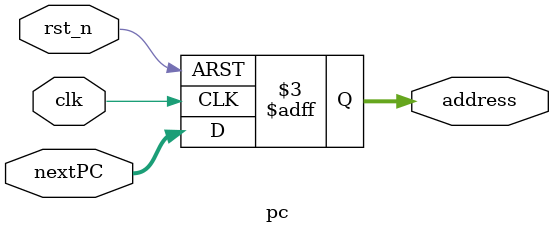
<source format=v>
module pc(
input clk,
input wire rst_n,
input wire [31:0] nextPC,
output reg [31:0] address
);

always @(posedge clk or negedge rst_n)begin
	if(!rst_n)
		address <= 32'h0;
	else
		address <= nextPC;
end


endmodule
</source>
